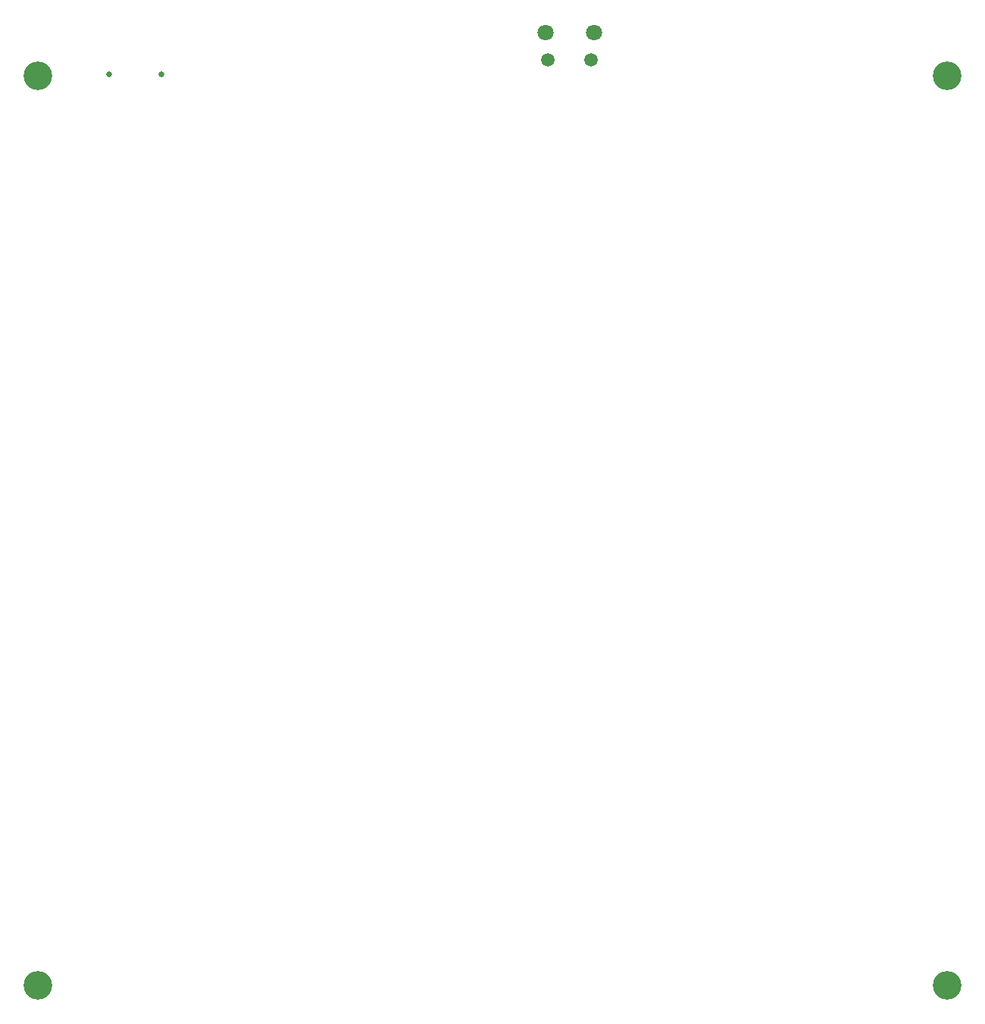
<source format=gbr>
%TF.GenerationSoftware,KiCad,Pcbnew,7.0.2*%
%TF.CreationDate,2024-12-03T13:42:56-08:00*%
%TF.ProjectId,AA_P_CtrlBd,41415f50-5f43-4747-926c-42642e6b6963,1.0*%
%TF.SameCoordinates,Original*%
%TF.FileFunction,NonPlated,1,4,NPTH,Drill*%
%TF.FilePolarity,Positive*%
%FSLAX46Y46*%
G04 Gerber Fmt 4.6, Leading zero omitted, Abs format (unit mm)*
G04 Created by KiCad (PCBNEW 7.0.2) date 2024-12-03 13:42:56*
%MOMM*%
%LPD*%
G01*
G04 APERTURE LIST*
%TA.AperFunction,ComponentDrill*%
%ADD10C,0.650000*%
%TD*%
%TA.AperFunction,ComponentDrill*%
%ADD11C,1.500000*%
%TD*%
%TA.AperFunction,ComponentDrill*%
%ADD12C,1.800000*%
%TD*%
%TA.AperFunction,ComponentDrill*%
%ADD13C,3.200000*%
%TD*%
G04 APERTURE END LIST*
D10*
%TO.C,J19*%
X101223156Y-40707242D03*
X107003156Y-40707242D03*
D11*
%TO.C,U5*%
X150229000Y-39102000D03*
X155079000Y-39102000D03*
D12*
X149929000Y-36072000D03*
X155379000Y-36072000D03*
D13*
%TO.C,H4*%
X93218000Y-40894000D03*
%TO.C,H1*%
X93218000Y-142494000D03*
%TO.C,H3*%
X194818000Y-40894000D03*
%TO.C,H2*%
X194818000Y-142494000D03*
M02*

</source>
